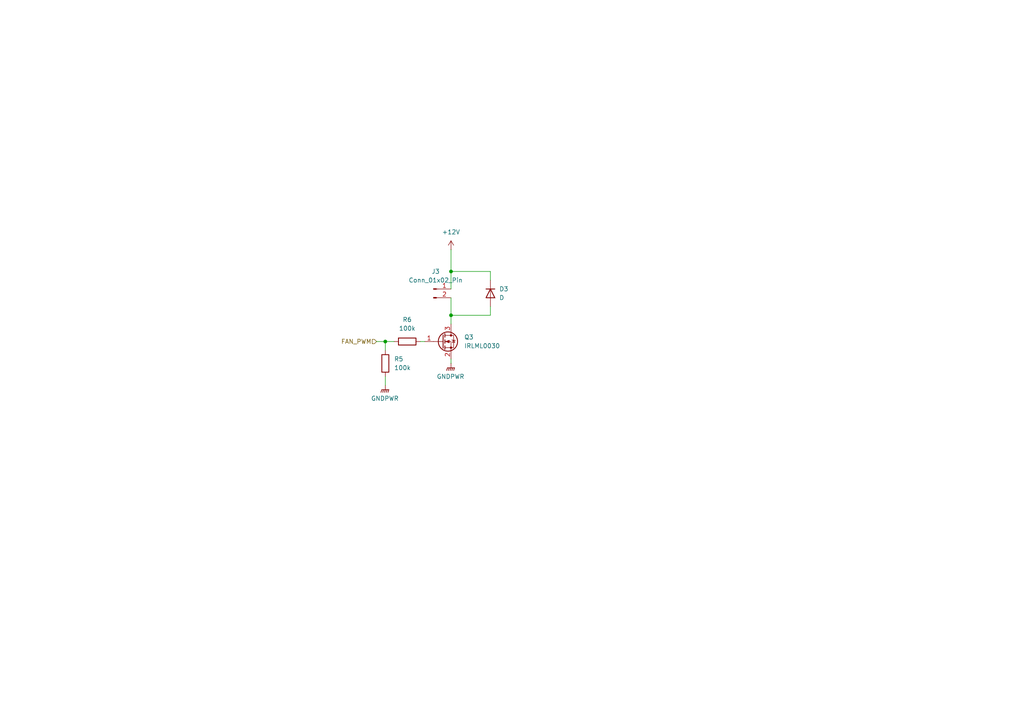
<source format=kicad_sch>
(kicad_sch (version 20231120) (generator "eeschema") (generator_version "8.0")
  (paper "A4")
  (lib_symbols
    (symbol "Connector:Conn_01x02_Pin" (pin_names (offset 1.016) hide)
      (property "Reference" "J" (at 0 2.54 0))
      (property "Value" "Conn_01x02_Pin" (at 0 -5.08 0))
      (symbol "Conn_01x02_Pin_1_1"
        (polyline (pts (xy 1.27 -2.54) (xy 0.8636 -2.54)) (stroke (width 0.1524)))
        (polyline (pts (xy 1.27 0) (xy 0.8636 0)) (stroke (width 0.1524)))
        (rectangle (start 0.8636 -2.413) (end 0 -2.667) (stroke (width 0.1524)) (fill (type outline)))
        (rectangle (start 0.8636 0.127) (end 0 -0.127) (stroke (width 0.1524)) (fill (type outline)))
        (pin passive line (at 5.08 0 180) (length 3.81) (name "Pin_1") (number "1"))
        (pin passive line (at 5.08 -2.54 180) (length 3.81) (name "Pin_2") (number "2"))
      )
    )
    (symbol "Device:D" (pin_numbers hide) (pin_names (offset 1.016) hide)
      (property "Reference" "D" (at 0 2.54 0))
      (property "Value" "D" (at 0 -2.54 0))
      (symbol "D_0_1"
        (polyline (pts (xy -1.27 1.27) (xy -1.27 -1.27)) (stroke (width 0.254)))
        (polyline (pts (xy 1.27 0) (xy -1.27 0)))
        (polyline (pts (xy 1.27 1.27) (xy 1.27 -1.27) (xy -1.27 0) (xy 1.27 1.27)) (stroke (width 0.254)))
      )
      (symbol "D_1_1"
        (pin passive line (at -3.81 0 0) (length 2.54) (name "K") (number "1"))
        (pin passive line (at 3.81 0 180) (length 2.54) (name "A") (number "2"))
      )
    )
    (symbol "Device:R" (pin_numbers hide) (pin_names (offset 0))
      (property "Reference" "R" (at 2.032 0 90))
      (property "Value" "R" (at 0 0 90))
      (symbol "R_0_1"
        (rectangle (start -1.016 -2.54) (end 1.016 2.54) (stroke (width 0.254)))
      )
      (symbol "R_1_1"
        (pin passive line (at 0 3.81 270) (length 1.27) (name "~") (number "1"))
        (pin passive line (at 0 -3.81 90) (length 1.27) (name "~") (number "2"))
      )
    )
    (symbol "Transistor_FET:IRLML0030" (pin_names hide)
      (property "Reference" "Q" (at 5.08 1.905 0))
      (property "Value" "IRLML0030" (at 5.08 0 0))
      (symbol "IRLML0030_0_1"
        (polyline (pts (xy 0.254 0) (xy -2.54 0)))
        (polyline (pts (xy 0.254 1.905) (xy 0.254 -1.905)) (stroke (width 0.254)))
        (polyline (pts (xy 0.762 -1.27) (xy 0.762 -2.286)) (stroke (width 0.254)))
        (polyline (pts (xy 0.762 0.508) (xy 0.762 -0.508)) (stroke (width 0.254)))
        (polyline (pts (xy 0.762 2.286) (xy 0.762 1.27)) (stroke (width 0.254)))
        (polyline (pts (xy 2.54 2.54) (xy 2.54 1.778)))
        (polyline (pts (xy 2.54 -2.54) (xy 2.54 0) (xy 0.762 0)))
        (polyline (pts (xy 0.762 -1.778) (xy 3.302 -1.778) (xy 3.302 1.778) (xy 0.762 1.778)))
        (polyline (pts (xy 1.016 0) (xy 2.032 0.381) (xy 2.032 -0.381) (xy 1.016 0)) (fill (type outline)))
        (polyline (pts (xy 2.794 0.508) (xy 2.921 0.381) (xy 3.683 0.381) (xy 3.81 0.254)))
        (polyline (pts (xy 3.302 0.381) (xy 2.921 -0.254) (xy 3.683 -0.254) (xy 3.302 0.381)))
        (circle (center 1.651 0) (radius 2.794) (stroke (width 0.254)))
        (circle (center 2.54 -1.778) (radius 0.254) (fill (type outline)))
        (circle (center 2.54 1.778) (radius 0.254) (fill (type outline)))
      )
      (symbol "IRLML0030_1_1"
        (pin input line (at -5.08 0 0) (length 2.54) (name "G") (number "1"))
        (pin passive line (at 2.54 -5.08 90) (length 2.54) (name "S") (number "2"))
        (pin passive line (at 2.54 5.08 270) (length 2.54) (name "D") (number "3"))
      )
    )
    (symbol "power:+12V" (power) (pin_numbers hide) (pin_names (offset 0) hide)
      (property "Value" "+12V" (at 0 3.556 0))
      (symbol "+12V_0_1"
        (polyline (pts (xy -0.762 1.27) (xy 0 2.54)))
        (polyline (pts (xy 0 0) (xy 0 2.54)))
        (polyline (pts (xy 0 2.54) (xy 0.762 1.27)))
      )
      (symbol "+12V_1_1"
        (pin power_in line (at 0 0 90) (length 0) (name "~") (number "1"))
      )
    )
    (symbol "power:GNDPWR" (power) (pin_numbers hide) (pin_names (offset 0) hide)
      (property "Value" "GNDPWR" (at 0 -3.302 0))
      (symbol "GNDPWR_0_1"
        (polyline (pts (xy 0 -1.27) (xy 0 0)))
        (polyline (pts (xy -1.016 -1.27) (xy -1.27 -2.032) (xy -1.27 -2.032)) (stroke (width 0.2032)))
        (polyline (pts (xy -0.508 -1.27) (xy -0.762 -2.032) (xy -0.762 -2.032)) (stroke (width 0.2032)))
        (polyline (pts (xy 0 -1.27) (xy -0.254 -2.032) (xy -0.254 -2.032)) (stroke (width 0.2032)))
        (polyline (pts (xy 0.508 -1.27) (xy 0.254 -2.032) (xy 0.254 -2.032)) (stroke (width 0.2032)))
        (polyline (pts (xy 1.016 -1.27) (xy -1.016 -1.27) (xy -1.016 -1.27)) (stroke (width 0.2032)))
        (polyline (pts (xy 1.016 -1.27) (xy 0.762 -2.032) (xy 0.762 -2.032) (xy 0.762 -2.032)) (stroke (width 0.2032)))
      )
      (symbol "GNDPWR_1_1"
        (pin power_in line (at 0 0 270) (length 0) (name "~") (number "1"))
      )
    )
  )
  (junction (at 111.76 99.06))
  (junction (at 130.81 91.44))
  (junction (at 130.81 78.74))
  (wire (pts (xy 142.24 81.28) (xy 142.24 78.74)))
  (wire (pts (xy 111.76 99.06) (xy 114.3 99.06)))
  (wire (pts (xy 142.24 88.9) (xy 142.24 91.44)))
  (wire (pts (xy 130.81 72.39) (xy 130.81 78.74)))
  (wire (pts (xy 130.81 91.44) (xy 130.81 93.98)))
  (wire (pts (xy 109.22 99.06) (xy 111.76 99.06)))
  (wire (pts (xy 130.81 104.14) (xy 130.81 105.41)))
  (wire (pts (xy 111.76 99.06) (xy 111.76 101.6)))
  (wire (pts (xy 111.76 109.22) (xy 111.76 111.76)))
  (wire (pts (xy 142.24 78.74) (xy 130.81 78.74)))
  (wire (pts (xy 130.81 78.74) (xy 130.81 83.82)))
  (wire (pts (xy 130.81 86.36) (xy 130.81 91.44)))
  (wire (pts (xy 142.24 91.44) (xy 130.81 91.44)))
  (wire (pts (xy 121.92 99.06) (xy 123.19 99.06)))
  (hierarchical_label "FAN_PWM" (shape input) (at 109.22 99.06 180))
  (symbol (lib_id "power:GNDPWR") (at 111.76 111.76 0) (unit 1)
    (property "Reference" "#PWR011" (effects (hide yes)))
    (property "Value" "GNDPWR" (at 111.633 115.57 0))
    (property "Description" "Power symbol creates a global label with name \"GNDPWR\" , global ground" (effects (hide yes)))
    (instances (project "FanBoardPCB" (path "" (reference "#PWR011") (unit 1)) (path "" (reference "#PWR014") (unit 1)) (path "" (reference "#PWR08") (unit 1)) (path "" (reference "#PWR01") (unit 1))))
  )
  (symbol (lib_id "Transistor_FET:IRLML0030") (at 128.27 99.06 0) (unit 1)
    (property "Reference" "Q3" (at 134.62 97.7899 0) (effects (justify left)))
    (property "Value" "IRLML0030" (at 134.62 100.3299 0) (effects (justify left)))
    (property "Footprint" "Package_TO_SOT_SMD:SOT-23" (effects (hide yes)))
    (property "Datasheet" "https://www.infineon.com/dgdl/irlml0030pbf.pdf?fileId=5546d462533600a401535664773825df" (effects (hide yes)))
    (property "Description" "5.3A Id, 30V Vds, 27mOhm Rds, N-Channel HEXFET Power MOSFET, SOT-23" (effects (hide yes)))
    (instances (project "FanBoardPCB" (path "" (reference "Q3") (unit 1)) (path "" (reference "Q4") (unit 1)) (path "" (reference "Q2") (unit 1)) (path "" (reference "Q1") (unit 1))))
  )
  (symbol (lib_id "power:+12V") (at 130.81 72.39 0) (unit 1)
    (property "Reference" "#PWR012" (effects (hide yes)))
    (property "Value" "+12V" (at 130.81 67.31 0))
    (property "Description" "Power symbol creates a global label with name \"+12V\"" (effects (hide yes)))
    (instances (project "FanBoardPCB" (path "" (reference "#PWR012") (unit 1)) (path "" (reference "#PWR015") (unit 1)) (path "" (reference "#PWR09") (unit 1)) (path "" (reference "#PWR04") (unit 1))))
  )
  (symbol (lib_id "Connector:Conn_01x02_Pin") (at 125.73 83.82 0) (unit 1)
    (property "Reference" "J3" (at 126.365 78.74 0))
    (property "Value" "Conn_01x02_Pin" (at 126.365 81.28 0))
    (property "Footprint" "UTSVT_Connectors:Molex_MicroFit3.0_1x2xP3.00mm_PolarizingPeg_Vertical" (effects (hide yes)))
    (property "Description" "Generic connector, single row, 01x02, script generated" (effects (hide yes)))
    (instances (project "FanBoardPCB" (path "" (reference "J3") (unit 1)) (path "" (reference "J4") (unit 1)) (path "" (reference "J2") (unit 1)) (path "" (reference "J1") (unit 1))))
  )
  (symbol (lib_id "Device:R") (at 111.76 105.41 180) (unit 1)
    (property "Reference" "R5" (at 114.3 104.1399 0) (effects (justify right)))
    (property "Value" "100k" (at 114.3 106.6799 0) (effects (justify right)))
    (property "Footprint" "Resistor_SMD:R_0805_2012Metric" (effects (hide yes)))
    (property "Description" "Resistor" (effects (hide yes)))
    (instances (project "FanBoardPCB" (path "" (reference "R5") (unit 1)) (path "" (reference "R7") (unit 1)) (path "" (reference "R3") (unit 1)) (path "" (reference "R1") (unit 1))))
  )
  (symbol (lib_id "Device:D") (at 142.24 85.09 270) (unit 1)
    (property "Reference" "D3" (at 144.78 83.8199 90) (effects (justify left)))
    (property "Value" "D" (at 144.78 86.3599 90) (effects (justify left)))
    (property "Footprint" "Diode_SMD:D_0805_2012Metric" (effects (hide yes)))
    (property "Description" "Diode" (effects (hide yes)))
    (property "Sim.Device" "D" (effects (hide yes)))
    (property "Sim.Pins" "1=K 2=A" (effects (hide yes)))
    (instances (project "FanBoardPCB" (path "" (reference "D3") (unit 1)) (path "" (reference "D4") (unit 1)) (path "" (reference "D2") (unit 1)) (path "" (reference "D1") (unit 1))))
  )
  (symbol (lib_id "Device:R") (at 118.11 99.06 90) (unit 1)
    (property "Reference" "R6" (at 118.11 92.71 90))
    (property "Value" "100k" (at 118.11 95.25 90))
    (property "Footprint" "Resistor_SMD:R_0805_2012Metric" (effects (hide yes)))
    (property "Description" "Resistor" (effects (hide yes)))
    (instances (project "FanBoardPCB" (path "" (reference "R6") (unit 1)) (path "" (reference "R8") (unit 1)) (path "" (reference "R4") (unit 1)) (path "" (reference "R2") (unit 1))))
  )
  (symbol (lib_id "power:GNDPWR") (at 130.81 105.41 0) (unit 1)
    (property "Reference" "#PWR013" (effects (hide yes)))
    (property "Value" "GNDPWR" (at 130.683 109.22 0))
    (property "Description" "Power symbol creates a global label with name \"GNDPWR\" , global ground" (effects (hide yes)))
    (instances (project "FanBoardPCB" (path "" (reference "#PWR013") (unit 1)) (path "" (reference "#PWR016") (unit 1)) (path "" (reference "#PWR010") (unit 1)) (path "" (reference "#PWR07") (unit 1))))
  )
)
</source>
